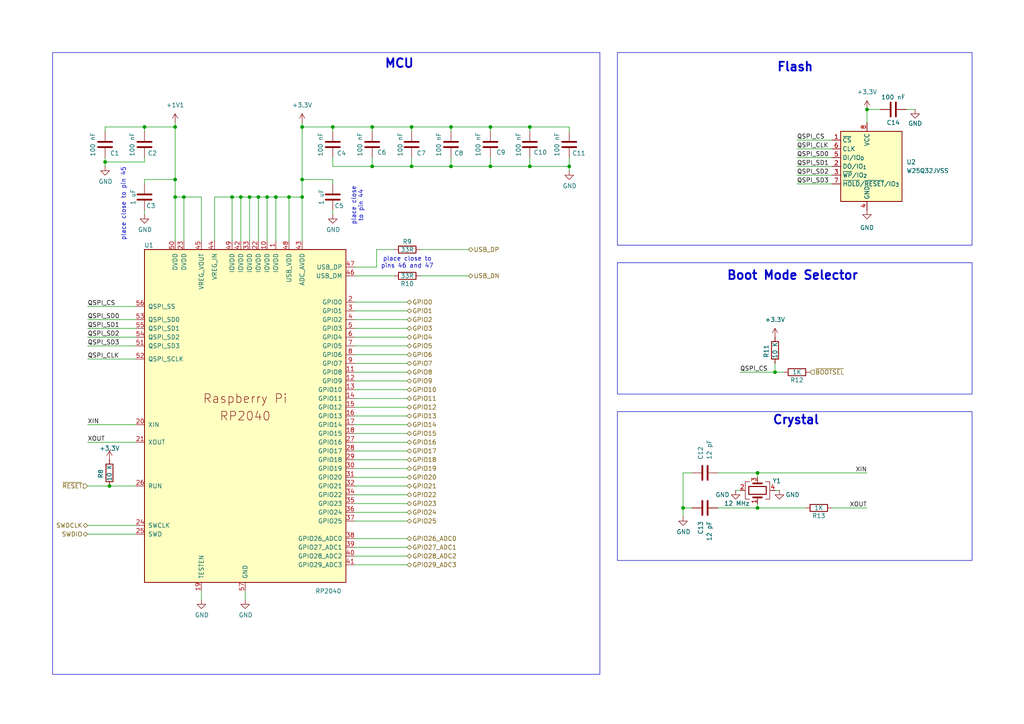
<source format=kicad_sch>
(kicad_sch (version 20250114) (generator "eeschema") (generator_version "9.0")
  (paper "A4")
  (title_block (title "Badge for RIOT Summit '25") (date "2025-08-03") (rev "0.1") (company "Marian Buschsieweke") (comment 1 "With lots of help from https://badge.team"))
  (lib_symbols
    (symbol "+1V1_1" (power) (pin_numbers (hide yes)) (pin_names (offset 0) (hide yes))
      (property "Value" "+1V1" (at 0 3.556 0))
      (symbol "+1V1_1_0_1"
        (polyline (pts (xy -0.762 1.27) (xy 0 2.54)))
        (polyline (pts (xy 0 2.54) (xy 0.762 1.27)))
        (polyline (pts (xy 0 0) (xy 0 2.54)))
      )
      (symbol "+1V1_1_1_1"
        (pin power_in line (at 0 0 90) (length 0) (name "~") (number "1"))
      )
    )
    (symbol "Device:C" (pin_numbers (hide yes)) (pin_names (offset 0.254))
      (property "Reference" "C" (at 0.635 2.54 0))
      (property "Value" "C" (at 0.635 -2.54 0))
      (symbol "C_0_1"
        (polyline (pts (xy -2.032 0.762) (xy 2.032 0.762)) (stroke (width 0.508)))
        (polyline (pts (xy -2.032 -0.762) (xy 2.032 -0.762)) (stroke (width 0.508)))
      )
      (symbol "C_1_1"
        (pin passive line (at 0 3.81 270) (length 2.794) (name "~") (number "1"))
        (pin passive line (at 0 -3.81 90) (length 2.794) (name "~") (number "2"))
      )
    )
    (symbol "Device:Crystal_GND24" (pin_names (offset 1.016) (hide yes))
      (property "Reference" "Y" (at 3.175 5.08 0))
      (property "Value" "Crystal_GND24" (at 3.175 3.175 0))
      (symbol "Crystal_GND24_0_1"
        (polyline (pts (xy -2.54 2.286) (xy -2.54 3.556) (xy 2.54 3.556) (xy 2.54 2.286)))
        (polyline (pts (xy -2.54 0) (xy -2.032 0)))
        (polyline (pts (xy -2.54 -2.286) (xy -2.54 -3.556) (xy 2.54 -3.556) (xy 2.54 -2.286)))
        (polyline (pts (xy -2.032 -1.27) (xy -2.032 1.27)) (stroke (width 0.508)))
        (rectangle (start -1.143 2.54) (end 1.143 -2.54) (stroke (width 0.3048)))
        (polyline (pts (xy 0 3.556) (xy 0 3.81)))
        (polyline (pts (xy 0 -3.81) (xy 0 -3.556)))
        (polyline (pts (xy 2.032 0) (xy 2.54 0)))
        (polyline (pts (xy 2.032 -1.27) (xy 2.032 1.27)) (stroke (width 0.508)))
      )
      (symbol "Crystal_GND24_1_1"
        (pin passive line (at -3.81 0 0) (length 1.27) (name "1") (number "1"))
        (pin passive line (at 0 5.08 270) (length 1.27) (name "2") (number "2"))
        (pin passive line (at 0 -5.08 90) (length 1.27) (name "4") (number "4"))
        (pin passive line (at 3.81 0 180) (length 1.27) (name "3") (number "3"))
      )
    )
    (symbol "Device:R" (pin_numbers (hide yes)) (pin_names (offset 0))
      (property "Reference" "R" (at 2.032 0 90))
      (property "Value" "R" (at 0 0 90))
      (symbol "R_0_1"
        (rectangle (start -1.016 -2.54) (end 1.016 2.54) (stroke (width 0.254)))
      )
      (symbol "R_1_1"
        (pin passive line (at 0 3.81 270) (length 1.27) (name "~") (number "1"))
        (pin passive line (at 0 -3.81 90) (length 1.27) (name "~") (number "2"))
      )
    )
    (symbol "Memory_Flash:W25Q32JVSS"
      (property "Reference" "U" (at -6.35 11.43 0))
      (property "Value" "W25Q32JVSS" (at 7.62 11.43 0))
      (symbol "W25Q32JVSS_0_1"
        (rectangle (start -7.62 10.16) (end 10.16 -10.16) (stroke (width 0.254)) (fill (type background)))
      )
      (symbol "W25Q32JVSS_1_1"
        (pin input line (at -10.16 7.62 0) (length 2.54) (name "~{CS}") (number "1"))
        (pin input line (at -10.16 5.08 0) (length 2.54) (name "CLK") (number "6"))
        (pin bidirectional line (at -10.16 2.54 0) (length 2.54) (name "DI/IO_{0}") (number "5"))
        (pin bidirectional line (at -10.16 0 0) (length 2.54) (name "DO/IO_{1}") (number "2"))
        (pin bidirectional line (at -10.16 -2.54 0) (length 2.54) (name "~{WP}/IO_{2}") (number "3"))
        (pin bidirectional line (at -10.16 -5.08 0) (length 2.54) (name "~{HOLD}/~{RESET}/IO_{3}") (number "7"))
        (pin power_in line (at 0 12.7 270) (length 2.54) (name "VCC") (number "8"))
        (pin power_in line (at 0 -12.7 90) (length 2.54) (name "GND") (number "4"))
      )
    )
    (symbol "custom:RP2040" (pin_names (offset 1.016))
      (property "Reference" "U8" (at -27.94 49.53 0))
      (property "Value" "RP2040" (at 24.13 -50.8 0))
      (symbol "RP2040_0_0"
        (text "Raspberry Pi" (at 0 5.08 0) (effects (font (size 2.54 2.54))))
        (text "RP2040" (at 0 0 0) (effects (font (size 2.54 2.54))))
      )
      (symbol "RP2040_0_1"
        (rectangle (start 29.21 48.26) (end -29.21 -48.26) (stroke (width 0.254)) (fill (type background)))
      )
      (symbol "RP2040_1_1"
        (pin bidirectional line (at -31.75 31.75 0) (length 2.54) (name "QSPI_SS") (number "56"))
        (pin bidirectional line (at -31.75 27.94 0) (length 2.54) (name "QSPI_SD0") (number "53"))
        (pin bidirectional line (at -31.75 25.4 0) (length 2.54) (name "QSPI_SD1") (number "55"))
        (pin bidirectional line (at -31.75 22.86 0) (length 2.54) (name "QSPI_SD2") (number "54"))
        (pin bidirectional line (at -31.75 20.32 0) (length 2.54) (name "QSPI_SD3") (number "51"))
        (pin output line (at -31.75 16.51 0) (length 2.54) (name "QSPI_SCLK") (number "52"))
        (pin input line (at -31.75 -2.54 0) (length 2.54) (name "XIN") (number "20"))
        (pin passive line (at -31.75 -7.62 0) (length 2.54) (name "XOUT") (number "21"))
        (pin input line (at -31.75 -20.32 0) (length 2.54) (name "RUN") (number "26"))
        (pin output line (at -31.75 -31.75 0) (length 2.54) (name "SWCLK") (number "24"))
        (pin bidirectional line (at -31.75 -34.29 0) (length 2.54) (name "SWD") (number "25"))
        (pin power_in line (at -20.32 50.8 270) (length 2.54) (name "DVDD") (number "50"))
        (pin power_in line (at -17.78 50.8 270) (length 2.54) (name "DVDD") (number "23"))
        (pin power_out line (at -12.7 50.8 270) (length 2.54) (name "VREG_VOUT") (number "45"))
        (pin passive line (at -12.7 -50.8 90) (length 2.54) (name "TESTEN") (number "19"))
        (pin power_in line (at -8.89 50.8 270) (length 2.54) (name "VREG_IN") (number "44"))
        (pin power_in line (at -3.81 50.8 270) (length 2.54) (name "IOVDD") (number "49"))
        (pin power_in line (at -1.27 50.8 270) (length 2.54) (name "IOVDD") (number "42"))
        (pin power_in line (at 0 -50.8 90) (length 2.54) (name "GND") (number "57"))
        (pin power_in line (at 1.27 50.8 270) (length 2.54) (name "IOVDD") (number "33"))
        (pin power_in line (at 3.81 50.8 270) (length 2.54) (name "IOVDD") (number "22"))
        (pin power_in line (at 6.35 50.8 270) (length 2.54) (name "IOVDD") (number "10"))
        (pin power_in line (at 8.89 50.8 270) (length 2.54) (name "IOVDD") (number "1"))
        (pin power_in line (at 12.7 50.8 270) (length 2.54) (name "USB_VDD") (number "48"))
        (pin power_in line (at 16.51 50.8 270) (length 2.54) (name "ADC_AVDD") (number "43"))
        (pin bidirectional line (at 31.75 43.18 180) (length 2.54) (name "USB_DP") (number "47"))
        (pin bidirectional line (at 31.75 40.64 180) (length 2.54) (name "USB_DM") (number "46"))
        (pin bidirectional line (at 31.75 33.02 180) (length 2.54) (name "GPIO0") (number "2"))
        (pin bidirectional line (at 31.75 30.48 180) (length 2.54) (name "GPIO1") (number "3"))
        (pin bidirectional line (at 31.75 27.94 180) (length 2.54) (name "GPIO2") (number "4"))
        (pin bidirectional line (at 31.75 25.4 180) (length 2.54) (name "GPIO3") (number "5"))
        (pin bidirectional line (at 31.75 22.86 180) (length 2.54) (name "GPIO4") (number "6"))
        (pin bidirectional line (at 31.75 20.32 180) (length 2.54) (name "GPIO5") (number "7"))
        (pin bidirectional line (at 31.75 17.78 180) (length 2.54) (name "GPIO6") (number "8"))
        (pin bidirectional line (at 31.75 15.24 180) (length 2.54) (name "GPIO7") (number "9"))
        (pin bidirectional line (at 31.75 12.7 180) (length 2.54) (name "GPIO8") (number "11"))
        (pin bidirectional line (at 31.75 10.16 180) (length 2.54) (name "GPIO9") (number "12"))
        (pin bidirectional line (at 31.75 7.62 180) (length 2.54) (name "GPIO10") (number "13"))
        (pin bidirectional line (at 31.75 5.08 180) (length 2.54) (name "GPIO11") (number "14"))
        (pin bidirectional line (at 31.75 2.54 180) (length 2.54) (name "GPIO12") (number "15"))
        (pin bidirectional line (at 31.75 0 180) (length 2.54) (name "GPIO13") (number "16"))
        (pin bidirectional line (at 31.75 -2.54 180) (length 2.54) (name "GPIO14") (number "17"))
        (pin bidirectional line (at 31.75 -5.08 180) (length 2.54) (name "GPIO15") (number "18"))
        (pin bidirectional line (at 31.75 -7.62 180) (length 2.54) (name "GPIO16") (number "27"))
        (pin bidirectional line (at 31.75 -10.16 180) (length 2.54) (name "GPIO17") (number "28"))
        (pin bidirectional line (at 31.75 -12.7 180) (length 2.54) (name "GPIO18") (number "29"))
        (pin bidirectional line (at 31.75 -15.24 180) (length 2.54) (name "GPIO19") (number "30"))
        (pin bidirectional line (at 31.75 -17.78 180) (length 2.54) (name "GPIO20") (number "31"))
        (pin bidirectional line (at 31.75 -20.32 180) (length 2.54) (name "GPIO21") (number "32"))
        (pin bidirectional line (at 31.75 -22.86 180) (length 2.54) (name "GPIO22") (number "34"))
        (pin bidirectional line (at 31.75 -25.4 180) (length 2.54) (name "GPIO23") (number "35"))
        (pin bidirectional line (at 31.75 -27.94 180) (length 2.54) (name "GPIO24") (number "36"))
        (pin bidirectional line (at 31.75 -30.48 180) (length 2.54) (name "GPIO25") (number "37"))
        (pin bidirectional line (at 31.75 -35.56 180) (length 2.54) (name "GPIO26_ADC0") (number "38"))
        (pin bidirectional line (at 31.75 -38.1 180) (length 2.54) (name "GPIO27_ADC1") (number "39"))
        (pin bidirectional line (at 31.75 -40.64 180) (length 2.54) (name "GPIO28_ADC2") (number "40"))
        (pin bidirectional line (at 31.75 -43.18 180) (length 2.54) (name "GPIO29_ADC3") (number "41"))
      )
    )
    (symbol "power:+3.3V" (power) (pin_numbers (hide yes)) (pin_names (offset 0) (hide yes))
      (property "Value" "+3.3V" (at 0 3.556 0))
      (symbol "+3.3V_0_1"
        (polyline (pts (xy -0.762 1.27) (xy 0 2.54)))
        (polyline (pts (xy 0 2.54) (xy 0.762 1.27)))
        (polyline (pts (xy 0 0) (xy 0 2.54)))
      )
      (symbol "+3.3V_1_1"
        (pin power_in line (at 0 0 90) (length 0) (name "~") (number "1"))
      )
    )
    (symbol "power:GND" (power) (pin_numbers (hide yes)) (pin_names (offset 0) (hide yes))
      (property "Value" "GND" (at 0 -3.81 0))
      (symbol "GND_0_1"
        (polyline (pts (xy 0 0) (xy 0 -1.27) (xy 1.27 -1.27) (xy 0 -2.54) (xy -1.27 -1.27) (xy 0 -1.27)))
      )
      (symbol "GND_1_1"
        (pin power_in line (at 0 0 270) (length 0) (name "~") (number "1"))
      )
    )
  )
  (rectangle (start 179.07 15.24) (end 281.94 71.12))
  (rectangle (start 179.07 119.38) (end 281.94 162.56))
  (rectangle (start 15.24 15.24) (end 173.99 195.58))
  (rectangle (start 179.07 76.2) (end 281.94 114.3))
  (text "Crystal" (at 230.886 121.92 0) (effects (font (size 2.54 2.54) (thickness 0.508) (bold yes))))
  (text "Flash" (at 230.632 19.558 0) (effects (font (size 2.54 2.54) (thickness 0.508) (bold yes))))
  (text "Boot Mode Selector" (at 229.87 80.01 0) (effects (font (size 2.54 2.54) (thickness 0.508) (bold yes))))
  (text "place close to\npins 46 and 47" (at 118.11 76.2 0) (effects (font (size 1.27 1.27))))
  (text "place close\nto pin 44" (at 105.41 59.69 90) (effects (font (size 1.27 1.27)) (justify bottom)))
  (text "place close to pin 45" (at 36.576 59.182 90) (effects (font (size 1.27 1.27)) (justify bottom)))
  (text "MCU" (at 115.824 18.542 0) (effects (font (size 2.54 2.54) (thickness 0.508) (bold yes))))
  (junction (at 219.71 137.16))
  (junction (at 77.47 57.15))
  (junction (at 130.81 36.83))
  (junction (at 87.63 52.07))
  (junction (at 219.71 147.32))
  (junction (at 224.79 107.95))
  (junction (at 119.38 36.83))
  (junction (at 107.95 36.83))
  (junction (at 50.8 52.07))
  (junction (at 50.8 57.15))
  (junction (at 251.46 31.75))
  (junction (at 96.52 36.83))
  (junction (at 153.67 36.83))
  (junction (at 67.31 57.15))
  (junction (at 50.8 36.83))
  (junction (at 119.38 48.26))
  (junction (at 83.82 57.15))
  (junction (at 198.12 147.32))
  (junction (at 72.39 57.15))
  (junction (at 30.48 46.99))
  (junction (at 142.24 48.26))
  (junction (at 69.85 57.15))
  (junction (at 41.91 36.83))
  (junction (at 31.75 140.97))
  (junction (at 107.95 48.26))
  (junction (at 165.1 48.26))
  (junction (at 74.93 57.15))
  (junction (at 87.63 57.15))
  (junction (at 80.01 57.15))
  (junction (at 53.34 57.15))
  (junction (at 130.81 48.26))
  (junction (at 153.67 48.26))
  (junction (at 87.63 36.83))
  (junction (at 142.24 36.83))
  (wire (pts (xy 39.37 154.94) (xy 25.4 154.94)))
  (wire (pts (xy 83.82 69.85) (xy 83.82 57.15)))
  (wire (pts (xy 119.38 36.83) (xy 130.81 36.83)))
  (wire (pts (xy 30.48 45.72) (xy 30.48 46.99)))
  (wire (pts (xy 39.37 104.14) (xy 25.4 104.14)))
  (wire (pts (xy 102.87 130.81) (xy 118.11 130.81)))
  (wire (pts (xy 153.67 48.26) (xy 142.24 48.26)))
  (wire (pts (xy 102.87 143.51) (xy 118.11 143.51)))
  (wire (pts (xy 130.81 48.26) (xy 119.38 48.26)))
  (wire (pts (xy 102.87 80.01) (xy 114.3 80.01)))
  (wire (pts (xy 80.01 57.15) (xy 83.82 57.15)))
  (wire (pts (xy 41.91 46.99) (xy 41.91 45.72)))
  (wire (pts (xy 50.8 36.83) (xy 50.8 52.07)))
  (wire (pts (xy 80.01 57.15) (xy 80.01 69.85)))
  (wire (pts (xy 142.24 38.1) (xy 142.24 36.83)))
  (wire (pts (xy 251.46 31.75) (xy 255.27 31.75)))
  (wire (pts (xy 231.14 50.8) (xy 241.3 50.8)))
  (wire (pts (xy 72.39 69.85) (xy 72.39 57.15)))
  (wire (pts (xy 102.87 128.27) (xy 118.11 128.27)))
  (wire (pts (xy 102.87 110.49) (xy 118.11 110.49)))
  (wire (pts (xy 25.4 97.79) (xy 39.37 97.79)))
  (wire (pts (xy 30.48 46.99) (xy 30.48 48.26)))
  (wire (pts (xy 219.71 137.16) (xy 251.46 137.16)))
  (wire (pts (xy 50.8 52.07) (xy 50.8 57.15)))
  (wire (pts (xy 224.79 105.41) (xy 224.79 107.95)))
  (wire (pts (xy 102.87 107.95) (xy 118.11 107.95)))
  (wire (pts (xy 96.52 45.72) (xy 96.52 48.26)))
  (wire (pts (xy 153.67 45.72) (xy 153.67 48.26)))
  (wire (pts (xy 25.4 92.71) (xy 39.37 92.71)))
  (wire (pts (xy 224.79 142.24) (xy 226.06 142.24)))
  (wire (pts (xy 25.4 123.19) (xy 39.37 123.19)))
  (wire (pts (xy 41.91 52.07) (xy 50.8 52.07)))
  (wire (pts (xy 102.87 151.13) (xy 118.11 151.13)))
  (wire (pts (xy 87.63 36.83) (xy 87.63 52.07)))
  (wire (pts (xy 208.28 147.32) (xy 219.71 147.32)))
  (wire (pts (xy 69.85 69.85) (xy 69.85 57.15)))
  (wire (pts (xy 231.14 40.64) (xy 241.3 40.64)))
  (wire (pts (xy 69.85 57.15) (xy 72.39 57.15)))
  (wire (pts (xy 67.31 69.85) (xy 67.31 57.15)))
  (wire (pts (xy 119.38 38.1) (xy 119.38 36.83)))
  (wire (pts (xy 102.87 115.57) (xy 118.11 115.57)))
  (wire (pts (xy 41.91 36.83) (xy 50.8 36.83)))
  (wire (pts (xy 231.14 48.26) (xy 241.3 48.26)))
  (wire (pts (xy 107.95 48.26) (xy 96.52 48.26)))
  (wire (pts (xy 119.38 48.26) (xy 107.95 48.26)))
  (wire (pts (xy 30.48 36.83) (xy 41.91 36.83)))
  (wire (pts (xy 153.67 36.83) (xy 165.1 36.83)))
  (wire (pts (xy 102.87 87.63) (xy 118.11 87.63)))
  (wire (pts (xy 102.87 90.17) (xy 118.11 90.17)))
  (wire (pts (xy 219.71 147.32) (xy 233.68 147.32)))
  (wire (pts (xy 107.95 36.83) (xy 119.38 36.83)))
  (wire (pts (xy 41.91 38.1) (xy 41.91 36.83)))
  (wire (pts (xy 102.87 100.33) (xy 118.11 100.33)))
  (wire (pts (xy 102.87 113.03) (xy 118.11 113.03)))
  (wire (pts (xy 107.95 45.72) (xy 107.95 48.26)))
  (wire (pts (xy 130.81 36.83) (xy 142.24 36.83)))
  (wire (pts (xy 96.52 53.34) (xy 96.52 52.07)))
  (wire (pts (xy 102.87 146.05) (xy 118.11 146.05)))
  (wire (pts (xy 102.87 123.19) (xy 118.11 123.19)))
  (wire (pts (xy 53.34 57.15) (xy 50.8 57.15)))
  (wire (pts (xy 241.3 147.32) (xy 251.46 147.32)))
  (wire (pts (xy 219.71 138.43) (xy 219.71 137.16)))
  (wire (pts (xy 102.87 97.79) (xy 118.11 97.79)))
  (wire (pts (xy 200.66 137.16) (xy 198.12 137.16)))
  (wire (pts (xy 62.23 57.15) (xy 67.31 57.15)))
  (wire (pts (xy 87.63 36.83) (xy 96.52 36.83)))
  (wire (pts (xy 30.48 38.1) (xy 30.48 36.83)))
  (wire (pts (xy 74.93 69.85) (xy 74.93 57.15)))
  (wire (pts (xy 77.47 57.15) (xy 80.01 57.15)))
  (wire (pts (xy 121.92 72.39) (xy 135.89 72.39)))
  (wire (pts (xy 102.87 148.59) (xy 118.11 148.59)))
  (wire (pts (xy 107.95 38.1) (xy 107.95 36.83)))
  (wire (pts (xy 58.42 57.15) (xy 53.34 57.15)))
  (wire (pts (xy 102.87 77.47) (xy 109.22 77.47)))
  (wire (pts (xy 102.87 102.87) (xy 118.11 102.87)))
  (wire (pts (xy 41.91 60.96) (xy 41.91 62.23)))
  (wire (pts (xy 71.12 171.45) (xy 71.12 173.99)))
  (wire (pts (xy 102.87 120.65) (xy 118.11 120.65)))
  (wire (pts (xy 224.79 107.95) (xy 227.33 107.95)))
  (wire (pts (xy 200.66 147.32) (xy 198.12 147.32)))
  (wire (pts (xy 96.52 60.96) (xy 96.52 62.23)))
  (wire (pts (xy 58.42 69.85) (xy 58.42 57.15)))
  (wire (pts (xy 25.4 100.33) (xy 39.37 100.33)))
  (wire (pts (xy 142.24 36.83) (xy 153.67 36.83)))
  (wire (pts (xy 198.12 147.32) (xy 198.12 149.86)))
  (wire (pts (xy 72.39 57.15) (xy 74.93 57.15)))
  (wire (pts (xy 87.63 35.56) (xy 87.63 36.83)))
  (wire (pts (xy 219.71 146.05) (xy 219.71 147.32)))
  (wire (pts (xy 102.87 92.71) (xy 118.11 92.71)))
  (wire (pts (xy 109.22 72.39) (xy 109.22 77.47)))
  (wire (pts (xy 102.87 118.11) (xy 118.11 118.11)))
  (wire (pts (xy 50.8 35.56) (xy 50.8 36.83)))
  (wire (pts (xy 77.47 69.85) (xy 77.47 57.15)))
  (wire (pts (xy 102.87 105.41) (xy 118.11 105.41)))
  (wire (pts (xy 262.89 31.75) (xy 265.43 31.75)))
  (wire (pts (xy 102.87 133.35) (xy 118.11 133.35)))
  (wire (pts (xy 121.92 80.01) (xy 135.89 80.01)))
  (wire (pts (xy 119.38 45.72) (xy 119.38 48.26)))
  (wire (pts (xy 25.4 95.25) (xy 39.37 95.25)))
  (wire (pts (xy 39.37 128.27) (xy 25.4 128.27)))
  (wire (pts (xy 102.87 156.21) (xy 118.11 156.21)))
  (wire (pts (xy 87.63 52.07) (xy 87.63 57.15)))
  (wire (pts (xy 213.36 142.24) (xy 214.63 142.24)))
  (wire (pts (xy 87.63 57.15) (xy 87.63 69.85)))
  (wire (pts (xy 39.37 88.9) (xy 25.4 88.9)))
  (wire (pts (xy 25.4 140.97) (xy 31.75 140.97)))
  (wire (pts (xy 208.28 137.16) (xy 219.71 137.16)))
  (wire (pts (xy 102.87 95.25) (xy 118.11 95.25)))
  (wire (pts (xy 96.52 36.83) (xy 107.95 36.83)))
  (wire (pts (xy 41.91 53.34) (xy 41.91 52.07)))
  (wire (pts (xy 67.31 57.15) (xy 69.85 57.15)))
  (wire (pts (xy 62.23 69.85) (xy 62.23 57.15)))
  (wire (pts (xy 102.87 135.89) (xy 118.11 135.89)))
  (wire (pts (xy 96.52 38.1) (xy 96.52 36.83)))
  (wire (pts (xy 102.87 125.73) (xy 118.11 125.73)))
  (wire (pts (xy 87.63 52.07) (xy 96.52 52.07)))
  (wire (pts (xy 231.14 43.18) (xy 241.3 43.18)))
  (wire (pts (xy 214.63 107.95) (xy 224.79 107.95)))
  (wire (pts (xy 30.48 46.99) (xy 41.91 46.99)))
  (wire (pts (xy 50.8 57.15) (xy 50.8 69.85)))
  (wire (pts (xy 251.46 31.75) (xy 251.46 35.56)))
  (wire (pts (xy 142.24 48.26) (xy 130.81 48.26)))
  (wire (pts (xy 102.87 140.97) (xy 118.11 140.97)))
  (wire (pts (xy 198.12 137.16) (xy 198.12 147.32)))
  (wire (pts (xy 142.24 45.72) (xy 142.24 48.26)))
  (wire (pts (xy 231.14 45.72) (xy 241.3 45.72)))
  (wire (pts (xy 109.22 72.39) (xy 114.3 72.39)))
  (wire (pts (xy 83.82 57.15) (xy 87.63 57.15)))
  (wire (pts (xy 165.1 48.26) (xy 165.1 49.53)))
  (wire (pts (xy 165.1 45.72) (xy 165.1 48.26)))
  (wire (pts (xy 102.87 138.43) (xy 118.11 138.43)))
  (wire (pts (xy 58.42 171.45) (xy 58.42 173.99)))
  (wire (pts (xy 165.1 38.1) (xy 165.1 36.83)))
  (wire (pts (xy 102.87 158.75) (xy 118.11 158.75)))
  (wire (pts (xy 153.67 38.1) (xy 153.67 36.83)))
  (wire (pts (xy 130.81 45.72) (xy 130.81 48.26)))
  (wire (pts (xy 231.14 53.34) (xy 241.3 53.34)))
  (wire (pts (xy 102.87 161.29) (xy 118.11 161.29)))
  (wire (pts (xy 31.75 140.97) (xy 39.37 140.97)))
  (wire (pts (xy 130.81 38.1) (xy 130.81 36.83)))
  (wire (pts (xy 74.93 57.15) (xy 77.47 57.15)))
  (wire (pts (xy 53.34 69.85) (xy 53.34 57.15)))
  (wire (pts (xy 153.67 48.26) (xy 165.1 48.26)))
  (wire (pts (xy 102.87 163.83) (xy 118.11 163.83)))
  (wire (pts (xy 39.37 152.4) (xy 25.4 152.4)))
  (label "QSPI_SD1" (at 25.4 95.25 0))
  (label "QSPI_CLK" (at 25.4 104.14 0))
  (label "QSPI_SD3" (at 231.14 53.34 0))
  (label "QSPI_CLK" (at 231.14 43.18 0))
  (label "QSPI_SD2" (at 25.4 97.79 0))
  (label "XIN" (at 251.46 137.16 180))
  (label "QSPI_CS" (at 231.14 40.64 0))
  (label "QSPI_SD0" (at 231.14 45.72 0))
  (label "XIN" (at 25.4 123.19 0))
  (label "QSPI_SD1" (at 231.14 48.26 0))
  (label "QSPI_SD0" (at 25.4 92.71 0))
  (label "QSPI_CS" (at 214.63 107.95 0))
  (label "QSPI_CS" (at 25.4 88.9 0))
  (label "QSPI_SD2" (at 231.14 50.8 0))
  (label "XOUT" (at 25.4 128.27 0))
  (label "QSPI_SD3" (at 25.4 100.33 0))
  (label "XOUT" (at 251.46 147.32 180))
  (hierarchical_label "GPIO13" (shape bidirectional) (at 118.11 120.65 0))
  (hierarchical_label "GPIO27_ADC1" (shape bidirectional) (at 118.11 158.75 0))
  (hierarchical_label "~{BOOTSEL}" (shape input) (at 234.95 107.95 0))
  (hierarchical_label "~{RESET}" (shape input) (at 25.4 140.97 180))
  (hierarchical_label "GPIO16" (shape bidirectional) (at 118.11 128.27 0))
  (hierarchical_label "GPIO14" (shape bidirectional) (at 118.11 123.19 0))
  (hierarchical_label "GPIO15" (shape bidirectional) (at 118.11 125.73 0))
  (hierarchical_label "GPIO12" (shape bidirectional) (at 118.11 118.11 0))
  (hierarchical_label "GPIO8" (shape bidirectional) (at 118.11 107.95 0))
  (hierarchical_label "GPIO3" (shape bidirectional) (at 118.11 95.25 0))
  (hierarchical_label "USB_DP" (shape bidirectional) (at 135.89 72.39 0))
  (hierarchical_label "GPIO1" (shape bidirectional) (at 118.11 90.17 0))
  (hierarchical_label "USB_DN" (shape bidirectional) (at 135.89 80.01 0))
  (hierarchical_label "GPIO4" (shape bidirectional) (at 118.11 97.79 0))
  (hierarchical_label "GPIO28_ADC2" (shape bidirectional) (at 118.11 161.29 0))
  (hierarchical_label "GPIO7" (shape bidirectional) (at 118.11 105.41 0))
  (hierarchical_label "GPIO0" (shape bidirectional) (at 118.11 87.63 0))
  (hierarchical_label "GPIO21" (shape bidirectional) (at 118.11 140.97 0))
  (hierarchical_label "GPIO17" (shape bidirectional) (at 118.11 130.81 0))
  (hierarchical_label "GPIO19" (shape bidirectional) (at 118.11 135.89 0))
  (hierarchical_label "GPIO22" (shape bidirectional) (at 118.11 143.51 0))
  (hierarchical_label "GPIO24" (shape bidirectional) (at 118.11 148.59 0))
  (hierarchical_label "GPIO6" (shape bidirectional) (at 118.11 102.87 0))
  (hierarchical_label "GPIO20" (shape bidirectional) (at 118.11 138.43 0))
  (hierarchical_label "GPIO2" (shape bidirectional) (at 118.11 92.71 0))
  (hierarchical_label "SWDIO" (shape bidirectional) (at 25.4 154.94 180))
  (hierarchical_label "GPIO9" (shape bidirectional) (at 118.11 110.49 0))
  (hierarchical_label "SWDCLK" (shape bidirectional) (at 25.4 152.4 180))
  (hierarchical_label "GPIO5" (shape bidirectional) (at 118.11 100.33 0))
  (hierarchical_label "GPIO11" (shape bidirectional) (at 118.11 115.57 0))
  (hierarchical_label "GPIO29_ADC3" (shape bidirectional) (at 118.11 163.83 0))
  (hierarchical_label "GPIO10" (shape bidirectional) (at 118.11 113.03 0))
  (hierarchical_label "GPIO25" (shape bidirectional) (at 118.11 151.13 0))
  (hierarchical_label "GPIO18" (shape bidirectional) (at 118.11 133.35 0))
  (hierarchical_label "GPIO26_ADC0" (shape bidirectional) (at 118.11 156.21 0))
  (hierarchical_label "GPIO23" (shape bidirectional) (at 118.11 146.05 0))
  (symbol (lib_id "power:+3.3V") (at 31.75 133.35 0) (unit 1)
    (property "Reference" "#PWR015" (effects (hide yes)))
    (property "Value" "+3.3V" (at 31.75 130.048 0))
    (property "Description" "Power symbol creates a global label with name \"+3.3V\"" (effects (hide yes)))
  )
  (symbol (lib_id "Device:C") (at 107.95 41.91 0) (unit 1)
    (property "Reference" "C6" (at 110.744 44.196 0))
    (property "Value" "100 nF" (at 104.394 41.91 90))
    (property "Footprint" "Capacitor_SMD:C_0402_1005Metric" (effects (hide yes)))
    (property "Datasheet" "https://jlcpcb.com/api/file/downloadByFileSystemAccessId/8579707269996871680" (effects (hide yes)))
    (property "Description" "Unpolarized capacitor" (effects (hide yes)))
    (property "LCSC" "C1525" (effects (hide yes)))
  )
  (symbol (lib_id "Device:R") (at 118.11 72.39 270) (unit 1)
    (property "Reference" "R9" (at 118.11 70.104 90))
    (property "Value" "33R" (at 118.11 72.39 90))
    (property "Footprint" "Resistor_SMD:R_0402_1005Metric" (effects (hide yes)))
    (property "Datasheet" "https://jlcpcb.com/api/file/downloadByFileSystemAccessId/8579706024418607104" (effects (hide yes)))
    (property "LCSC" "C25105" (effects (hide yes)))
  )
  (symbol (lib_id "power:GND") (at 71.12 173.99 0) (unit 1)
    (property "Reference" "#PWR019" (effects (hide yes)))
    (property "Value" "GND" (at 71.247 178.3842 0))
  )
  (symbol (lib_id "custom:RP2040") (at 71.12 120.65 0) (unit 1)
    (property "Reference" "U1" (at 43.18 71.12 0))
    (property "Value" "RP2040" (at 95.25 171.45 0))
    (property "Footprint" "custom:RP2040-QFN-56" (effects (hide yes)))
    (property "Datasheet" "https://datasheets.raspberrypi.com/rp2040/rp2040-datasheet.pdf" (effects (hide yes)))
    (property "LCSC" "C2040" (effects (hide yes)))
  )
  (symbol (lib_id "Device:C") (at 119.38 41.91 0) (unit 1)
    (property "Reference" "C7" (at 122.174 44.45 0))
    (property "Value" "100 nF" (at 116.078 41.91 90))
    (property "Footprint" "Capacitor_SMD:C_0402_1005Metric" (effects (hide yes)))
    (property "Datasheet" "https://jlcpcb.com/api/file/downloadByFileSystemAccessId/8579707269996871680" (effects (hide yes)))
    (property "Description" "Unpolarized capacitor" (effects (hide yes)))
    (property "LCSC" "C1525" (effects (hide yes)))
  )
  (symbol (lib_id "Device:C") (at 41.91 57.15 0) (unit 1)
    (property "Reference" "C3" (at 42.418 59.69 0) (effects (justify left)))
    (property "Value" "1 uF" (at 38.608 57.15 90))
    (property "Footprint" "Capacitor_SMD:C_0402_1005Metric" (effects (hide yes)))
    (property "Datasheet" "https://jlcpcb.com/api/file/downloadByFileSystemAccessId/8579707174974914560" (effects (hide yes)))
    (property "Description" "Unpolarized capacitor" (effects (hide yes)))
    (property "LCSC" "C52923" (effects (hide yes)))
  )
  (symbol (lib_id "Memory_Flash:W25Q32JVSS") (at 251.46 48.26 0) (unit 1)
    (property "Reference" "U2" (at 262.89 46.9899 0) (effects (justify left)))
    (property "Value" "W25Q32JVSS" (at 262.89 49.5299 0) (effects (justify left)))
    (property "Footprint" "Package_SO:SOIC-8_5.3x5.3mm_P1.27mm" (effects (hide yes)))
    (property "Datasheet" "http://www.winbond.com/resource-files/w25q32jv%20revg%2003272018%20plus.pdf" (effects (hide yes)))
    (property "Description" "32Mbit / 4MiB Serial Flash Memory, Standard/Dual/Quad SPI, 2.7-3.6V, SOIC-8 (208 mil)" (effects (hide yes)))
  )
  (symbol (lib_id "power:GND") (at 213.36 142.24 0) (unit 1)
    (property "Reference" "#PWR024" (effects (hide yes)))
    (property "Value" "GND" (at 209.55 143.51 0))
  )
  (symbol (lib_id "power:+3.3V") (at 224.79 97.79 0) (unit 1)
    (property "Reference" "#PWR025" (effects (hide yes)))
    (property "Value" "+3.3V" (at 224.79 92.71 0))
    (property "Description" "Power symbol creates a global label with name \"+3.3V\"" (effects (hide yes)))
  )
  (symbol (lib_id "Device:C") (at 130.81 41.91 180) (unit 1)
    (property "Reference" "C8" (at 133.096 44.45 0))
    (property "Value" "100 nF" (at 127.254 41.91 90))
    (property "Footprint" "Capacitor_SMD:C_0402_1005Metric" (effects (hide yes)))
    (property "Datasheet" "https://jlcpcb.com/api/file/downloadByFileSystemAccessId/8579707269996871680" (effects (hide yes)))
    (property "Description" "Unpolarized capacitor" (effects (hide yes)))
    (property "LCSC" "C1525" (effects (hide yes)))
  )
  (symbol (lib_id "Device:R") (at 224.79 101.6 180) (unit 1)
    (property "Reference" "R11" (at 222.25 101.854 90))
    (property "Value" "10 K" (at 224.79 101.6 90))
    (property "Footprint" "Resistor_SMD:R_0402_1005Metric" (effects (hide yes)))
    (property "Datasheet" "https://jlcpcb.com/api/file/downloadByFileSystemAccessId/8556212101498380288" (effects (hide yes)))
    (property "Description" "Resistor" (effects (hide yes)))
    (property "LCSC" "C25744" (effects (hide yes)))
  )
  (symbol (lib_id "Device:C") (at 96.52 41.91 0) (unit 1)
    (property "Reference" "C4" (at 99.06 44.45 0))
    (property "Value" "100 nF" (at 92.964 41.91 90))
    (property "Footprint" "Capacitor_SMD:C_0402_1005Metric" (effects (hide yes)))
    (property "Datasheet" "https://jlcpcb.com/api/file/downloadByFileSystemAccessId/8579707269996871680" (effects (hide yes)))
    (property "Description" "Unpolarized capacitor" (effects (hide yes)))
    (property "LCSC" "C1525" (effects (hide yes)))
  )
  (symbol (lib_id "power:GND") (at 251.46 60.96 0) (unit 1)
    (property "Reference" "#PWR028" (effects (hide yes)))
    (property "Value" "GND" (at 251.46 66.04 0))
    (property "Description" "Power symbol creates a global label with name \"GND\" , ground" (effects (hide yes)))
  )
  (symbol (lib_id "power:+3.3V") (at 87.63 35.56 0) (unit 1)
    (property "Reference" "#PWR020" (effects (hide yes)))
    (property "Value" "+3.3V" (at 87.63 30.48 0))
    (property "Description" "Power symbol creates a global label with name \"+3.3V\"" (effects (hide yes)))
  )
  (symbol (lib_id "power:GND") (at 265.43 31.75 0) (unit 1)
    (property "Reference" "#PWR029" (effects (hide yes)))
    (property "Value" "GND" (at 265.43 35.814 0))
    (property "Description" "Power symbol creates a global label with name \"GND\" , ground" (effects (hide yes)))
  )
  (symbol (lib_id "power:GND") (at 226.06 142.24 0) (unit 1)
    (property "Reference" "#PWR026" (effects (hide yes)))
    (property "Value" "GND" (at 229.87 143.51 0))
  )
  (symbol (lib_id "Device:R") (at 118.11 80.01 270) (unit 1)
    (property "Reference" "R10" (at 118.11 82.296 90))
    (property "Value" "33R" (at 118.11 80.01 90))
    (property "Footprint" "Resistor_SMD:R_0402_1005Metric" (effects (hide yes)))
    (property "Datasheet" "https://jlcpcb.com/api/file/downloadByFileSystemAccessId/8579706024418607104" (effects (hide yes)))
    (property "LCSC" "C25105" (effects (hide yes)))
  )
  (symbol (lib_id "power:GND") (at 58.42 173.99 0) (unit 1)
    (property "Reference" "#PWR018" (effects (hide yes)))
    (property "Value" "GND" (at 58.547 178.3842 0))
  )
  (symbol (lib_id "Device:C") (at 96.52 57.15 0) (unit 1)
    (property "Reference" "C5" (at 97.028 59.69 0) (effects (justify left)))
    (property "Value" "1 uF" (at 93.218 57.15 90))
    (property "Footprint" "Capacitor_SMD:C_0402_1005Metric" (effects (hide yes)))
    (property "Datasheet" "https://jlcpcb.com/api/file/downloadByFileSystemAccessId/8579707174974914560" (effects (hide yes)))
    (property "Description" "Unpolarized capacitor" (effects (hide yes)))
    (property "LCSC" "C52923" (effects (hide yes)))
  )
  (symbol (lib_id "power:GND") (at 96.52 62.23 0) (unit 1)
    (property "Reference" "#PWR021" (effects (hide yes)))
    (property "Value" "GND" (at 96.647 66.6242 0))
  )
  (symbol (lib_id "Device:R") (at 31.75 137.16 180) (unit 1)
    (property "Reference" "R8" (at 29.21 137.414 90))
    (property "Value" "10 K" (at 31.75 137.16 90))
    (property "Footprint" "Resistor_SMD:R_0402_1005Metric" (effects (hide yes)))
    (property "Datasheet" "https://jlcpcb.com/api/file/downloadByFileSystemAccessId/8556212101498380288" (effects (hide yes)))
    (property "Description" "Resistor" (effects (hide yes)))
    (property "LCSC" "C25744" (effects (hide yes)))
  )
  (symbol (lib_id "Device:C") (at 41.91 41.91 180) (unit 1)
    (property "Reference" "C2" (at 44.196 44.45 0))
    (property "Value" "100 nF" (at 38.354 41.91 90))
    (property "Footprint" "Capacitor_SMD:C_0402_1005Metric" (effects (hide yes)))
    (property "Datasheet" "https://jlcpcb.com/api/file/downloadByFileSystemAccessId/8579707269996871680" (effects (hide yes)))
    (property "Description" "Unpolarized capacitor" (effects (hide yes)))
    (property "LCSC" "C1525" (effects (hide yes)))
  )
  (symbol (lib_id "Device:R") (at 237.49 147.32 270) (unit 1)
    (property "Reference" "R13" (at 237.49 149.606 90))
    (property "Value" "1K" (at 237.49 147.32 90))
    (property "Footprint" "Resistor_SMD:R_0402_1005Metric" (effects (hide yes)))
    (property "Datasheet" "https://jlcpcb.com/api/file/downloadByFileSystemAccessId/8579705924167974912" (effects (hide yes)))
    (property "Description" "Resistor" (effects (hide yes)))
    (property "LCSC" "C11702" (effects (hide yes)))
  )
  (symbol (lib_id "power:GND") (at 165.1 49.53 0) (unit 1)
    (property "Reference" "#PWR022" (effects (hide yes)))
    (property "Value" "GND" (at 165.227 53.9242 0))
  )
  (symbol (lib_id "power:GND") (at 41.91 62.23 0) (unit 1)
    (property "Reference" "#PWR016" (effects (hide yes)))
    (property "Value" "GND" (at 42.037 66.6242 0))
  )
  (symbol (lib_id "Device:C") (at 165.1 41.91 0) (unit 1)
    (property "Reference" "C11" (at 167.894 44.45 0))
    (property "Value" "100 nF" (at 161.544 41.91 90))
    (property "Footprint" "Capacitor_SMD:C_0402_1005Metric" (effects (hide yes)))
    (property "Datasheet" "https://jlcpcb.com/api/file/downloadByFileSystemAccessId/8579707269996871680" (effects (hide yes)))
    (property "Description" "Unpolarized capacitor" (effects (hide yes)))
    (property "LCSC" "C1525" (effects (hide yes)))
  )
  (symbol (lib_id "Device:C") (at 204.47 137.16 90) (unit 1)
    (property "Reference" "C12" (at 203.2 133.35 0) (effects (justify left)))
    (property "Value" "12 pF" (at 205.74 133.35 0) (effects (justify left)))
    (property "Footprint" "Capacitor_SMD:C_0402_1005Metric" (effects (hide yes)))
    (property "Datasheet" "https://jlcpcb.com/api/file/downloadByFileSystemAccessId/8579707283237879808" (effects (hide yes)))
    (property "Description" "Unpolarized capacitor" (effects (hide yes)))
    (property "LCSC" "C1547" (effects (hide yes)))
  )
  (symbol (lib_id "power:GND") (at 198.12 149.86 0) (unit 1)
    (property "Reference" "#PWR023" (effects (hide yes)))
    (property "Value" "GND" (at 198.247 154.2542 0))
  )
  (symbol (lib_name "+1V1_1") (lib_id "power:+1V1") (at 50.8 35.56 0) (unit 1)
    (property "Reference" "#PWR017" (effects (hide yes)))
    (property "Value" "+1V1" (at 50.8 30.48 0))
    (property "Description" "Power symbol creates a global label with name \"+1V1\"" (effects (hide yes)))
  )
  (symbol (lib_id "Device:C") (at 30.48 41.91 0) (unit 1)
    (property "Reference" "C1" (at 33.274 44.45 0))
    (property "Value" "100 nF" (at 26.924 41.91 90))
    (property "Footprint" "Capacitor_SMD:C_0402_1005Metric" (effects (hide yes)))
    (property "Datasheet" "https://jlcpcb.com/api/file/downloadByFileSystemAccessId/8579707269996871680" (effects (hide yes)))
    (property "Description" "Unpolarized capacitor" (effects (hide yes)))
    (property "LCSC" "C1525" (effects (hide yes)))
  )
  (symbol (lib_id "Device:C") (at 153.67 41.91 0) (unit 1)
    (property "Reference" "C10" (at 156.718 44.196 0))
    (property "Value" "100 nF" (at 150.368 41.91 90))
    (property "Footprint" "Capacitor_SMD:C_0402_1005Metric" (effects (hide yes)))
    (property "Datasheet" "https://jlcpcb.com/api/file/downloadByFileSystemAccessId/8579707269996871680" (effects (hide yes)))
    (property "Description" "Unpolarized capacitor" (effects (hide yes)))
    (property "LCSC" "C1525" (effects (hide yes)))
  )
  (symbol (lib_id "Device:Crystal_GND24") (at 219.71 142.24 90) (unit 1)
    (property "Reference" "Y1" (at 224.028 140.208 90) (effects (justify right top)))
    (property "Value" "12 MHz" (at 217.424 145.288 90) (effects (justify left bottom)))
    (property "Footprint" "Crystal:Crystal_SMD_3225-4Pin_3.2x2.5mm" (effects (hide yes)))
    (property "Description" "Four pin crystal, GND on pins 2 and 4" (effects (hide yes)))
    (property "LCSC" "C9002" (effects (hide yes)))
  )
  (symbol (lib_id "Device:C") (at 259.08 31.75 90) (unit 1)
    (property "Reference" "C14" (at 259.08 35.56 90))
    (property "Value" "100 nF" (at 259.08 28.194 90))
    (property "Footprint" "Capacitor_SMD:C_0402_1005Metric" (effects (hide yes)))
    (property "Datasheet" "https://jlcpcb.com/api/file/downloadByFileSystemAccessId/8579707269996871680" (effects (hide yes)))
    (property "Description" "Unpolarized capacitor" (effects (hide yes)))
    (property "LCSC" "C1525" (effects (hide yes)))
  )
  (symbol (lib_id "Device:C") (at 204.47 147.32 90) (unit 1)
    (property "Reference" "C13" (at 203.2 151.13 0) (effects (justify right)))
    (property "Value" "12 pF" (at 205.74 151.13 0) (effects (justify right)))
    (property "Footprint" "Capacitor_SMD:C_0402_1005Metric" (effects (hide yes)))
    (property "Datasheet" "https://jlcpcb.com/api/file/downloadByFileSystemAccessId/8579707283237879808" (effects (hide yes)))
    (property "Description" "Unpolarized capacitor" (effects (hide yes)))
    (property "LCSC" "C1547" (effects (hide yes)))
  )
  (symbol (lib_id "Device:C") (at 142.24 41.91 0) (unit 1)
    (property "Reference" "C9" (at 145.288 44.196 0))
    (property "Value" "100 nF" (at 138.684 41.91 90))
    (property "Footprint" "Capacitor_SMD:C_0402_1005Metric" (effects (hide yes)))
    (property "Datasheet" "https://jlcpcb.com/api/file/downloadByFileSystemAccessId/8579707269996871680" (effects (hide yes)))
    (property "Description" "Unpolarized capacitor" (effects (hide yes)))
    (property "LCSC" "C1525" (effects (hide yes)))
  )
  (symbol (lib_id "Device:R") (at 231.14 107.95 270) (unit 1)
    (property "Reference" "R12" (at 231.14 110.236 90))
    (property "Value" "1K" (at 231.14 107.95 90))
    (property "Footprint" "Resistor_SMD:R_0402_1005Metric" (effects (hide yes)))
    (property "Datasheet" "https://jlcpcb.com/api/file/downloadByFileSystemAccessId/8579705924167974912" (effects (hide yes)))
    (property "Description" "Resistor" (effects (hide yes)))
    (property "LCSC" "C11702" (effects (hide yes)))
  )
  (symbol (lib_id "power:+3.3V") (at 251.46 31.75 0) (unit 1)
    (property "Reference" "#PWR027" (effects (hide yes)))
    (property "Value" "+3.3V" (at 251.46 26.67 0))
    (property "Description" "Power symbol creates a global label with name \"+3.3V\"" (effects (hide yes)))
  )
  (symbol (lib_id "power:GND") (at 30.48 48.26 0) (unit 1)
    (property "Reference" "#PWR014" (effects (hide yes)))
    (property "Value" "GND" (at 30.607 52.6542 0))
  )
)
</source>
